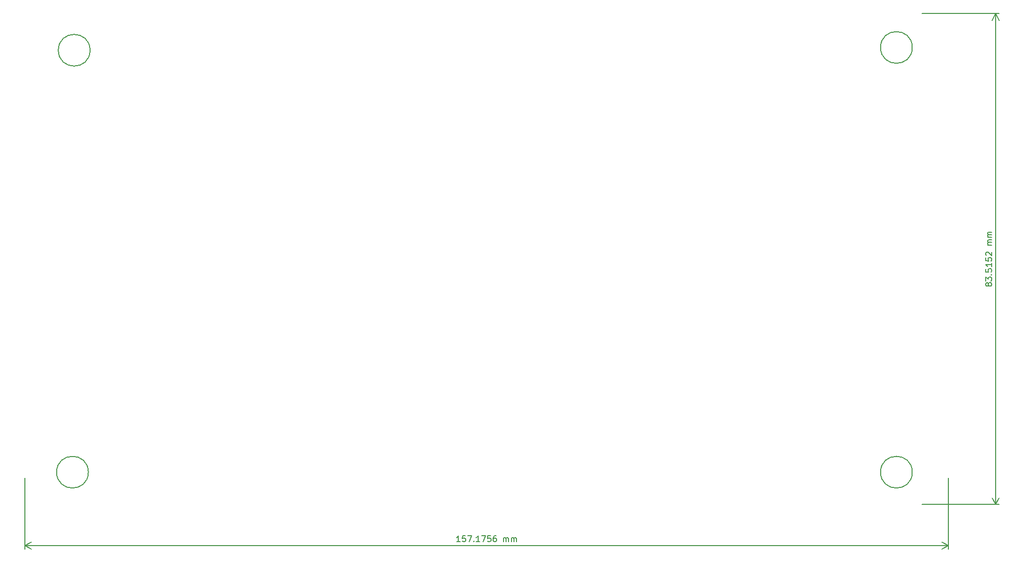
<source format=gbr>
%TF.GenerationSoftware,KiCad,Pcbnew,7.0.10*%
%TF.CreationDate,2024-10-01T12:19:17-07:00*%
%TF.ProjectId,hd44780_tutorial,68643434-3738-4305-9f74-75746f726961,1.1*%
%TF.SameCoordinates,Original*%
%TF.FileFunction,Other,Comment*%
%FSLAX46Y46*%
G04 Gerber Fmt 4.6, Leading zero omitted, Abs format (unit mm)*
G04 Created by KiCad (PCBNEW 7.0.10) date 2024-10-01 12:19:17*
%MOMM*%
%LPD*%
G01*
G04 APERTURE LIST*
%ADD10C,0.150000*%
G04 APERTURE END LIST*
D10*
X135252217Y-136082430D02*
X134680788Y-136082432D01*
X134966503Y-136082431D02*
X134966499Y-135082431D01*
X134966499Y-135082431D02*
X134871261Y-135225289D01*
X134871261Y-135225289D02*
X134776024Y-135320527D01*
X134776024Y-135320527D02*
X134680786Y-135368146D01*
X136156975Y-135082427D02*
X135680785Y-135082428D01*
X135680785Y-135082428D02*
X135633167Y-135558619D01*
X135633167Y-135558619D02*
X135680786Y-135511000D01*
X135680786Y-135511000D02*
X135776024Y-135463380D01*
X135776024Y-135463380D02*
X136014119Y-135463379D01*
X136014119Y-135463379D02*
X136109358Y-135510998D01*
X136109358Y-135510998D02*
X136156977Y-135558617D01*
X136156977Y-135558617D02*
X136204596Y-135653855D01*
X136204596Y-135653855D02*
X136204597Y-135891950D01*
X136204597Y-135891950D02*
X136156979Y-135987188D01*
X136156979Y-135987188D02*
X136109360Y-136034808D01*
X136109360Y-136034808D02*
X136014122Y-136082427D01*
X136014122Y-136082427D02*
X135776027Y-136082428D01*
X135776027Y-136082428D02*
X135680788Y-136034809D01*
X135680788Y-136034809D02*
X135633169Y-135987190D01*
X136537928Y-135082425D02*
X137204594Y-135082422D01*
X137204594Y-135082422D02*
X136776027Y-136082424D01*
X137585550Y-135987183D02*
X137633169Y-136034802D01*
X137633169Y-136034802D02*
X137585550Y-136082421D01*
X137585550Y-136082421D02*
X137537931Y-136034802D01*
X137537931Y-136034802D02*
X137585550Y-135987183D01*
X137585550Y-135987183D02*
X137585550Y-136082421D01*
X138585550Y-136082417D02*
X138014121Y-136082419D01*
X138299836Y-136082418D02*
X138299832Y-135082418D01*
X138299832Y-135082418D02*
X138204594Y-135225276D01*
X138204594Y-135225276D02*
X138109357Y-135320514D01*
X138109357Y-135320514D02*
X138014119Y-135368134D01*
X138918880Y-135082416D02*
X139585546Y-135082413D01*
X139585546Y-135082413D02*
X139156979Y-136082415D01*
X140442689Y-135082410D02*
X139966499Y-135082412D01*
X139966499Y-135082412D02*
X139918881Y-135558602D01*
X139918881Y-135558602D02*
X139966500Y-135510983D01*
X139966500Y-135510983D02*
X140061738Y-135463364D01*
X140061738Y-135463364D02*
X140299833Y-135463363D01*
X140299833Y-135463363D02*
X140395072Y-135510982D01*
X140395072Y-135510982D02*
X140442691Y-135558600D01*
X140442691Y-135558600D02*
X140490310Y-135653838D01*
X140490310Y-135653838D02*
X140490311Y-135891934D01*
X140490311Y-135891934D02*
X140442693Y-135987172D01*
X140442693Y-135987172D02*
X140395074Y-136034791D01*
X140395074Y-136034791D02*
X140299836Y-136082411D01*
X140299836Y-136082411D02*
X140061741Y-136082411D01*
X140061741Y-136082411D02*
X139966502Y-136034793D01*
X139966502Y-136034793D02*
X139918883Y-135987174D01*
X141347451Y-135082406D02*
X141156975Y-135082407D01*
X141156975Y-135082407D02*
X141061737Y-135130027D01*
X141061737Y-135130027D02*
X141014118Y-135177646D01*
X141014118Y-135177646D02*
X140918881Y-135320503D01*
X140918881Y-135320503D02*
X140871262Y-135510980D01*
X140871262Y-135510980D02*
X140871264Y-135891932D01*
X140871264Y-135891932D02*
X140918883Y-135987170D01*
X140918883Y-135987170D02*
X140966502Y-136034789D01*
X140966502Y-136034789D02*
X141061741Y-136082408D01*
X141061741Y-136082408D02*
X141252217Y-136082407D01*
X141252217Y-136082407D02*
X141347455Y-136034787D01*
X141347455Y-136034787D02*
X141395074Y-135987168D01*
X141395074Y-135987168D02*
X141442692Y-135891930D01*
X141442692Y-135891930D02*
X141442691Y-135653835D01*
X141442691Y-135653835D02*
X141395072Y-135558597D01*
X141395072Y-135558597D02*
X141347453Y-135510978D01*
X141347453Y-135510978D02*
X141252214Y-135463359D01*
X141252214Y-135463359D02*
X141061738Y-135463360D01*
X141061738Y-135463360D02*
X140966500Y-135510979D01*
X140966500Y-135510979D02*
X140918881Y-135558599D01*
X140918881Y-135558599D02*
X140871263Y-135653837D01*
X142633169Y-136082402D02*
X142633167Y-135415735D01*
X142633167Y-135510973D02*
X142680786Y-135463354D01*
X142680786Y-135463354D02*
X142776024Y-135415734D01*
X142776024Y-135415734D02*
X142918881Y-135415734D01*
X142918881Y-135415734D02*
X143014119Y-135463352D01*
X143014119Y-135463352D02*
X143061739Y-135558590D01*
X143061739Y-135558590D02*
X143061741Y-136082400D01*
X143061739Y-135558590D02*
X143109358Y-135463352D01*
X143109358Y-135463352D02*
X143204595Y-135415733D01*
X143204595Y-135415733D02*
X143347453Y-135415732D01*
X143347453Y-135415732D02*
X143442691Y-135463351D01*
X143442691Y-135463351D02*
X143490310Y-135558589D01*
X143490310Y-135558589D02*
X143490312Y-136082398D01*
X143966502Y-136082396D02*
X143966500Y-135415730D01*
X143966500Y-135510968D02*
X144014119Y-135463349D01*
X144014119Y-135463349D02*
X144109357Y-135415729D01*
X144109357Y-135415729D02*
X144252214Y-135415729D01*
X144252214Y-135415729D02*
X144347452Y-135463347D01*
X144347452Y-135463347D02*
X144395072Y-135558585D01*
X144395072Y-135558585D02*
X144395074Y-136082395D01*
X144395072Y-135558585D02*
X144442691Y-135463347D01*
X144442691Y-135463347D02*
X144537928Y-135415728D01*
X144537928Y-135415728D02*
X144680786Y-135415727D01*
X144680786Y-135415727D02*
X144776024Y-135463346D01*
X144776024Y-135463346D02*
X144823643Y-135558584D01*
X144823643Y-135558584D02*
X144823645Y-136082393D01*
X218363802Y-125217800D02*
X218363849Y-137363711D01*
X61188169Y-125218405D02*
X61188216Y-137364316D01*
X218363846Y-136777291D02*
X61188213Y-136777896D01*
X218363846Y-136777291D02*
X61188213Y-136777896D01*
X218363846Y-136777291D02*
X217237344Y-137363716D01*
X218363846Y-136777291D02*
X217237340Y-136190875D01*
X61188213Y-136777896D02*
X62314715Y-136191471D01*
X61188213Y-136777896D02*
X62314719Y-137364312D01*
X225133390Y-92388770D02*
X225085771Y-92484008D01*
X225085771Y-92484008D02*
X225038152Y-92531627D01*
X225038152Y-92531627D02*
X224942914Y-92579246D01*
X224942914Y-92579246D02*
X224895295Y-92579246D01*
X224895295Y-92579246D02*
X224800057Y-92531627D01*
X224800057Y-92531627D02*
X224752438Y-92484008D01*
X224752438Y-92484008D02*
X224704819Y-92388770D01*
X224704819Y-92388770D02*
X224704819Y-92198294D01*
X224704819Y-92198294D02*
X224752438Y-92103056D01*
X224752438Y-92103056D02*
X224800057Y-92055437D01*
X224800057Y-92055437D02*
X224895295Y-92007818D01*
X224895295Y-92007818D02*
X224942914Y-92007818D01*
X224942914Y-92007818D02*
X225038152Y-92055437D01*
X225038152Y-92055437D02*
X225085771Y-92103056D01*
X225085771Y-92103056D02*
X225133390Y-92198294D01*
X225133390Y-92198294D02*
X225133390Y-92388770D01*
X225133390Y-92388770D02*
X225181009Y-92484008D01*
X225181009Y-92484008D02*
X225228628Y-92531627D01*
X225228628Y-92531627D02*
X225323866Y-92579246D01*
X225323866Y-92579246D02*
X225514342Y-92579246D01*
X225514342Y-92579246D02*
X225609580Y-92531627D01*
X225609580Y-92531627D02*
X225657200Y-92484008D01*
X225657200Y-92484008D02*
X225704819Y-92388770D01*
X225704819Y-92388770D02*
X225704819Y-92198294D01*
X225704819Y-92198294D02*
X225657200Y-92103056D01*
X225657200Y-92103056D02*
X225609580Y-92055437D01*
X225609580Y-92055437D02*
X225514342Y-92007818D01*
X225514342Y-92007818D02*
X225323866Y-92007818D01*
X225323866Y-92007818D02*
X225228628Y-92055437D01*
X225228628Y-92055437D02*
X225181009Y-92103056D01*
X225181009Y-92103056D02*
X225133390Y-92198294D01*
X224704819Y-91674484D02*
X224704819Y-91055437D01*
X224704819Y-91055437D02*
X225085771Y-91388770D01*
X225085771Y-91388770D02*
X225085771Y-91245913D01*
X225085771Y-91245913D02*
X225133390Y-91150675D01*
X225133390Y-91150675D02*
X225181009Y-91103056D01*
X225181009Y-91103056D02*
X225276247Y-91055437D01*
X225276247Y-91055437D02*
X225514342Y-91055437D01*
X225514342Y-91055437D02*
X225609580Y-91103056D01*
X225609580Y-91103056D02*
X225657200Y-91150675D01*
X225657200Y-91150675D02*
X225704819Y-91245913D01*
X225704819Y-91245913D02*
X225704819Y-91531627D01*
X225704819Y-91531627D02*
X225657200Y-91626865D01*
X225657200Y-91626865D02*
X225609580Y-91674484D01*
X225609580Y-90626865D02*
X225657200Y-90579246D01*
X225657200Y-90579246D02*
X225704819Y-90626865D01*
X225704819Y-90626865D02*
X225657200Y-90674484D01*
X225657200Y-90674484D02*
X225609580Y-90626865D01*
X225609580Y-90626865D02*
X225704819Y-90626865D01*
X224704819Y-89674485D02*
X224704819Y-90150675D01*
X224704819Y-90150675D02*
X225181009Y-90198294D01*
X225181009Y-90198294D02*
X225133390Y-90150675D01*
X225133390Y-90150675D02*
X225085771Y-90055437D01*
X225085771Y-90055437D02*
X225085771Y-89817342D01*
X225085771Y-89817342D02*
X225133390Y-89722104D01*
X225133390Y-89722104D02*
X225181009Y-89674485D01*
X225181009Y-89674485D02*
X225276247Y-89626866D01*
X225276247Y-89626866D02*
X225514342Y-89626866D01*
X225514342Y-89626866D02*
X225609580Y-89674485D01*
X225609580Y-89674485D02*
X225657200Y-89722104D01*
X225657200Y-89722104D02*
X225704819Y-89817342D01*
X225704819Y-89817342D02*
X225704819Y-90055437D01*
X225704819Y-90055437D02*
X225657200Y-90150675D01*
X225657200Y-90150675D02*
X225609580Y-90198294D01*
X225704819Y-88674485D02*
X225704819Y-89245913D01*
X225704819Y-88960199D02*
X224704819Y-88960199D01*
X224704819Y-88960199D02*
X224847676Y-89055437D01*
X224847676Y-89055437D02*
X224942914Y-89150675D01*
X224942914Y-89150675D02*
X224990533Y-89245913D01*
X224704819Y-87769723D02*
X224704819Y-88245913D01*
X224704819Y-88245913D02*
X225181009Y-88293532D01*
X225181009Y-88293532D02*
X225133390Y-88245913D01*
X225133390Y-88245913D02*
X225085771Y-88150675D01*
X225085771Y-88150675D02*
X225085771Y-87912580D01*
X225085771Y-87912580D02*
X225133390Y-87817342D01*
X225133390Y-87817342D02*
X225181009Y-87769723D01*
X225181009Y-87769723D02*
X225276247Y-87722104D01*
X225276247Y-87722104D02*
X225514342Y-87722104D01*
X225514342Y-87722104D02*
X225609580Y-87769723D01*
X225609580Y-87769723D02*
X225657200Y-87817342D01*
X225657200Y-87817342D02*
X225704819Y-87912580D01*
X225704819Y-87912580D02*
X225704819Y-88150675D01*
X225704819Y-88150675D02*
X225657200Y-88245913D01*
X225657200Y-88245913D02*
X225609580Y-88293532D01*
X224800057Y-87341151D02*
X224752438Y-87293532D01*
X224752438Y-87293532D02*
X224704819Y-87198294D01*
X224704819Y-87198294D02*
X224704819Y-86960199D01*
X224704819Y-86960199D02*
X224752438Y-86864961D01*
X224752438Y-86864961D02*
X224800057Y-86817342D01*
X224800057Y-86817342D02*
X224895295Y-86769723D01*
X224895295Y-86769723D02*
X224990533Y-86769723D01*
X224990533Y-86769723D02*
X225133390Y-86817342D01*
X225133390Y-86817342D02*
X225704819Y-87388770D01*
X225704819Y-87388770D02*
X225704819Y-86769723D01*
X225704819Y-85579246D02*
X225038152Y-85579246D01*
X225133390Y-85579246D02*
X225085771Y-85531627D01*
X225085771Y-85531627D02*
X225038152Y-85436389D01*
X225038152Y-85436389D02*
X225038152Y-85293532D01*
X225038152Y-85293532D02*
X225085771Y-85198294D01*
X225085771Y-85198294D02*
X225181009Y-85150675D01*
X225181009Y-85150675D02*
X225704819Y-85150675D01*
X225181009Y-85150675D02*
X225085771Y-85103056D01*
X225085771Y-85103056D02*
X225038152Y-85007818D01*
X225038152Y-85007818D02*
X225038152Y-84864961D01*
X225038152Y-84864961D02*
X225085771Y-84769722D01*
X225085771Y-84769722D02*
X225181009Y-84722103D01*
X225181009Y-84722103D02*
X225704819Y-84722103D01*
X225704819Y-84245913D02*
X225038152Y-84245913D01*
X225133390Y-84245913D02*
X225085771Y-84198294D01*
X225085771Y-84198294D02*
X225038152Y-84103056D01*
X225038152Y-84103056D02*
X225038152Y-83960199D01*
X225038152Y-83960199D02*
X225085771Y-83864961D01*
X225085771Y-83864961D02*
X225181009Y-83817342D01*
X225181009Y-83817342D02*
X225704819Y-83817342D01*
X225181009Y-83817342D02*
X225085771Y-83769723D01*
X225085771Y-83769723D02*
X225038152Y-83674485D01*
X225038152Y-83674485D02*
X225038152Y-83531628D01*
X225038152Y-83531628D02*
X225085771Y-83436389D01*
X225085771Y-83436389D02*
X225181009Y-83388770D01*
X225181009Y-83388770D02*
X225704819Y-83388770D01*
X213863800Y-46202600D02*
X226986420Y-46202600D01*
X213863800Y-129717800D02*
X226986420Y-129717800D01*
X226400000Y-46202600D02*
X226400000Y-129717800D01*
X226400000Y-46202600D02*
X226400000Y-129717800D01*
X226400000Y-46202600D02*
X226986421Y-47329104D01*
X226400000Y-46202600D02*
X225813579Y-47329104D01*
X226400000Y-129717800D02*
X225813579Y-128591296D01*
X226400000Y-129717800D02*
X226986421Y-128591296D01*
%TO.C,H2*%
X212200000Y-51960000D02*
G75*
G03*
X206800000Y-51960000I-2700000J0D01*
G01*
X206800000Y-51960000D02*
G75*
G03*
X212200000Y-51960000I2700000J0D01*
G01*
%TO.C,H1*%
X72290000Y-52430000D02*
G75*
G03*
X66890000Y-52430000I-2700000J0D01*
G01*
X66890000Y-52430000D02*
G75*
G03*
X72290000Y-52430000I2700000J0D01*
G01*
%TO.C,H4*%
X72000000Y-124260000D02*
G75*
G03*
X66600000Y-124260000I-2700000J0D01*
G01*
X66600000Y-124260000D02*
G75*
G03*
X72000000Y-124260000I2700000J0D01*
G01*
%TO.C,H3*%
X212200000Y-124260000D02*
G75*
G03*
X206800000Y-124260000I-2700000J0D01*
G01*
X206800000Y-124260000D02*
G75*
G03*
X212200000Y-124260000I2700000J0D01*
G01*
%TD*%
M02*

</source>
